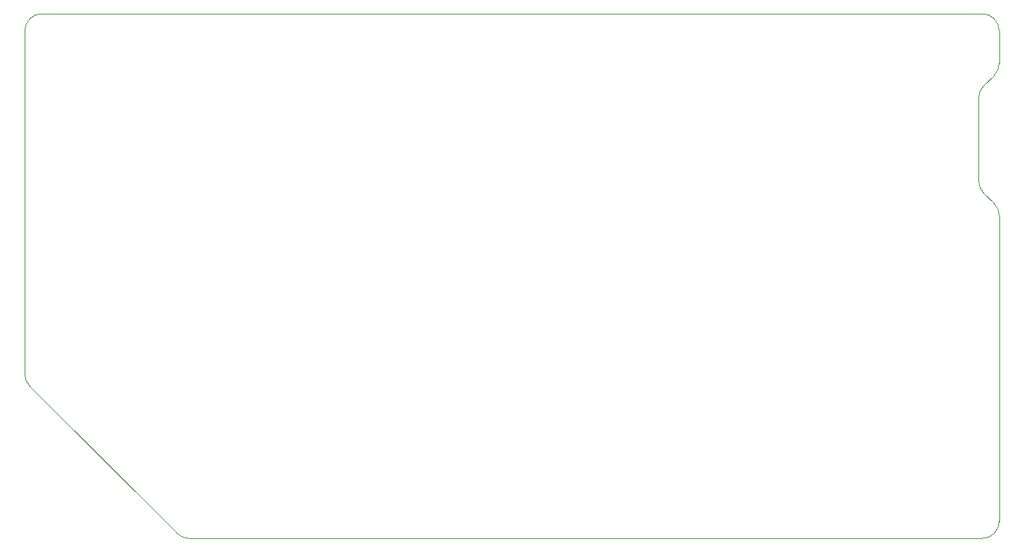
<source format=gbr>
%TF.GenerationSoftware,KiCad,Pcbnew,7.0.11*%
%TF.CreationDate,2024-08-18T05:37:00+00:00*%
%TF.ProjectId,LHS Breakbeat,4c485320-4272-4656-916b-626561742e6b,Vol 1*%
%TF.SameCoordinates,Original*%
%TF.FileFunction,Profile,NP*%
%FSLAX46Y46*%
G04 Gerber Fmt 4.6, Leading zero omitted, Abs format (unit mm)*
G04 Created by KiCad (PCBNEW 7.0.11) date 2024-08-18 05:37:00*
%MOMM*%
%LPD*%
G01*
G04 APERTURE LIST*
%TA.AperFunction,Profile*%
%ADD10C,0.100000*%
%TD*%
G04 APERTURE END LIST*
D10*
X200999980Y-89628427D02*
G75*
G03*
X200414213Y-88214215I-1999980J27D01*
G01*
X198600020Y-85571573D02*
G75*
G03*
X199185788Y-86985786I1999980J-27D01*
G01*
X200414227Y-73185801D02*
G75*
G03*
X201000000Y-71771573I-1414227J1414201D01*
G01*
X199185772Y-74414200D02*
G75*
G03*
X198600000Y-75828427I1414228J-1414200D01*
G01*
X199185787Y-86985787D02*
X200414214Y-88214214D01*
X200414213Y-73185787D02*
X199185786Y-74414214D01*
X201000000Y-89628427D02*
X201000000Y-125400000D01*
X201000000Y-71771573D02*
X201000000Y-68000000D01*
X198600000Y-75828427D02*
X198600000Y-85571573D01*
X86999978Y-108171573D02*
G75*
G03*
X87585787Y-109585787I2000122J73D01*
G01*
X87585787Y-109585787D02*
X104814214Y-126814214D01*
X199000000Y-127400000D02*
G75*
G03*
X201000000Y-125400000I0J2000000D01*
G01*
X89000000Y-66000000D02*
G75*
G03*
X87000000Y-68000000I0J-2000000D01*
G01*
X104814200Y-126814228D02*
G75*
G03*
X106228427Y-127400000I1414200J1414228D01*
G01*
X87000000Y-68000000D02*
X87000000Y-108171573D01*
X106228427Y-127400000D02*
X199000000Y-127400000D01*
X199000000Y-66000000D02*
X89000000Y-66000000D01*
X201000000Y-68000000D02*
G75*
G03*
X199000000Y-66000000I-2000000J0D01*
G01*
M02*

</source>
